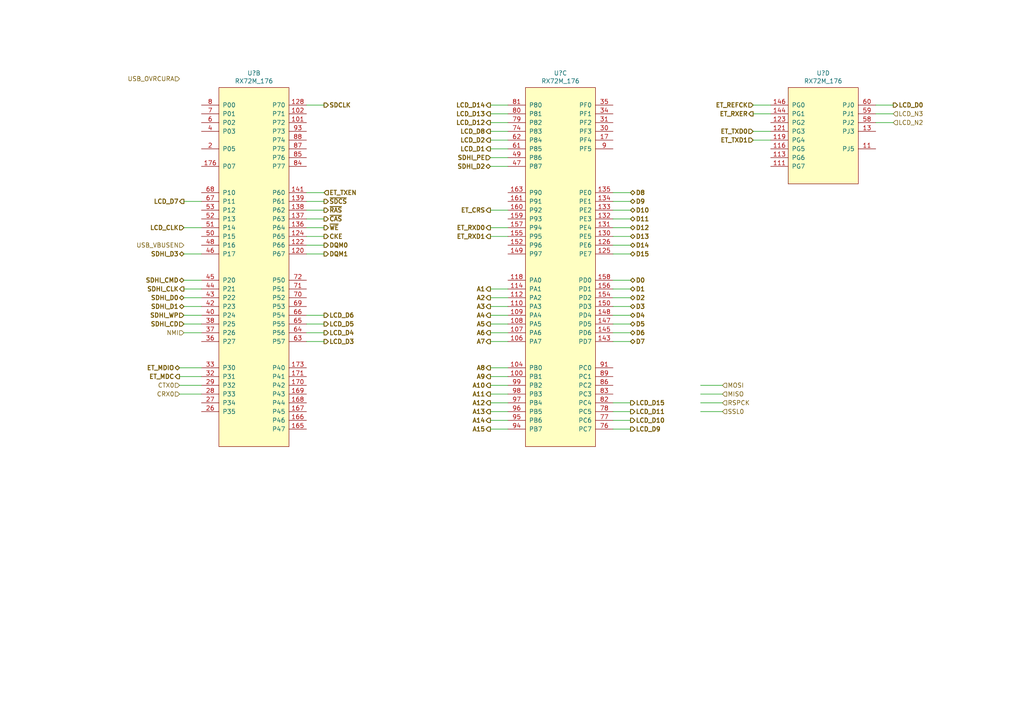
<source format=kicad_sch>
(kicad_sch (version 20211123) (generator eeschema)
  (paper "A4")
  (lib_symbols
    (symbol "renesas:RX72M_176" (pin_names (offset 1.016))
      (property "Reference" "U" (at 0 53.34 0))
      (property "Value" "renesas_RX72M_176" (at 0 -53.34 0))
      (symbol "RX72M_176_1_1"
        (rectangle (start -10.16 12.7) (end 10.16 -12.7) (fill (type background)))
        (pin bidirectional line (at -15.24 0 0) (length 5.08) (name "EMLE") (number "10"))
        (pin bidirectional line (at -15.24 -5.08 0) (length 5.08) (name "MD/FINED") (number "18"))
        (pin passive line (at 15.24 7.62 180) (length 5.08) (name "XCIN") (number "19"))
        (pin passive line (at 15.24 2.54 180) (length 5.08) (name "XCOUT") (number "20"))
        (pin input line (at -15.24 5.08 0) (length 5.08) (name "~{RES}") (number "21"))
        (pin passive line (at 15.24 -2.54 180) (length 5.08) (name "XTAL") (number "22"))
        (pin passive line (at 15.24 -7.62 180) (length 5.08) (name "EXTAL") (number "24"))
      )
      (symbol "RX72M_176_2_1"
        (rectangle (start -10.16 52.07) (end 10.16 -52.07) (fill (type background)))
        (pin bidirectional line (at 15.24 41.91 180) (length 5.08) (name "P72") (number "101"))
        (pin bidirectional line (at 15.24 44.45 180) (length 5.08) (name "P71") (number "102"))
        (pin bidirectional line (at 15.24 3.81 180) (length 5.08) (name "P67") (number "120"))
        (pin bidirectional line (at 15.24 6.35 180) (length 5.08) (name "P66") (number "122"))
        (pin bidirectional line (at 15.24 8.89 180) (length 5.08) (name "P65") (number "124"))
        (pin bidirectional line (at 15.24 46.99 180) (length 5.08) (name "P70") (number "128"))
        (pin bidirectional line (at 15.24 11.43 180) (length 5.08) (name "P64") (number "136"))
        (pin bidirectional line (at 15.24 13.97 180) (length 5.08) (name "P63") (number "137"))
        (pin bidirectional line (at 15.24 16.51 180) (length 5.08) (name "P62") (number "138"))
        (pin bidirectional line (at 15.24 19.05 180) (length 5.08) (name "P61") (number "139"))
        (pin bidirectional line (at 15.24 21.59 180) (length 5.08) (name "P60") (number "141"))
        (pin bidirectional line (at 15.24 -46.99 180) (length 5.08) (name "P47") (number "165"))
        (pin bidirectional line (at 15.24 -44.45 180) (length 5.08) (name "P46") (number "166"))
        (pin bidirectional line (at 15.24 -41.91 180) (length 5.08) (name "P45") (number "167"))
        (pin bidirectional line (at 15.24 -39.37 180) (length 5.08) (name "P44") (number "168"))
        (pin bidirectional line (at 15.24 -36.83 180) (length 5.08) (name "P43") (number "169"))
        (pin bidirectional line (at 15.24 -34.29 180) (length 5.08) (name "P42") (number "170"))
        (pin bidirectional line (at 15.24 -31.75 180) (length 5.08) (name "P41") (number "171"))
        (pin bidirectional line (at 15.24 -29.21 180) (length 5.08) (name "P40") (number "173"))
        (pin bidirectional line (at -15.24 29.21 0) (length 5.08) (name "P07") (number "176"))
        (pin bidirectional line (at -15.24 34.29 0) (length 5.08) (name "P05") (number "2"))
        (pin bidirectional line (at -15.24 -41.91 0) (length 5.08) (name "P35") (number "26"))
        (pin bidirectional line (at -15.24 -39.37 0) (length 5.08) (name "P34") (number "27"))
        (pin bidirectional line (at -15.24 -36.83 0) (length 5.08) (name "P33") (number "28"))
        (pin bidirectional line (at -15.24 -34.29 0) (length 5.08) (name "P32") (number "29"))
        (pin bidirectional line (at -15.24 -31.75 0) (length 5.08) (name "P31") (number "32"))
        (pin bidirectional line (at -15.24 -29.21 0) (length 5.08) (name "P30") (number "33"))
        (pin bidirectional line (at -15.24 -21.59 0) (length 5.08) (name "P27") (number "36"))
        (pin bidirectional line (at -15.24 -19.05 0) (length 5.08) (name "P26") (number "37"))
        (pin bidirectional line (at -15.24 -16.51 0) (length 5.08) (name "P25") (number "38"))
        (pin bidirectional line (at -15.24 39.37 0) (length 5.08) (name "P03") (number "4"))
        (pin bidirectional line (at -15.24 -13.97 0) (length 5.08) (name "P24") (number "40"))
        (pin bidirectional line (at -15.24 -11.43 0) (length 5.08) (name "P23") (number "42"))
        (pin bidirectional line (at -15.24 -8.89 0) (length 5.08) (name "P22") (number "43"))
        (pin bidirectional line (at -15.24 -6.35 0) (length 5.08) (name "P21") (number "44"))
        (pin bidirectional line (at -15.24 -3.81 0) (length 5.08) (name "P20") (number "45"))
        (pin bidirectional line (at -15.24 3.81 0) (length 5.08) (name "P17") (number "46"))
        (pin bidirectional line (at -15.24 6.35 0) (length 5.08) (name "P16") (number "48"))
        (pin bidirectional line (at -15.24 8.89 0) (length 5.08) (name "P15") (number "50"))
        (pin bidirectional line (at -15.24 11.43 0) (length 5.08) (name "P14") (number "51"))
        (pin bidirectional line (at -15.24 13.97 0) (length 5.08) (name "P13") (number "52"))
        (pin bidirectional line (at -15.24 16.51 0) (length 5.08) (name "P12") (number "53"))
        (pin bidirectional line (at -15.24 41.91 0) (length 5.08) (name "P02") (number "6"))
        (pin bidirectional line (at 15.24 -21.59 180) (length 5.08) (name "P57") (number "63"))
        (pin bidirectional line (at 15.24 -19.05 180) (length 5.08) (name "P56") (number "64"))
        (pin bidirectional line (at 15.24 -16.51 180) (length 5.08) (name "P55") (number "65"))
        (pin bidirectional line (at 15.24 -13.97 180) (length 5.08) (name "P54") (number "66"))
        (pin bidirectional line (at -15.24 19.05 0) (length 5.08) (name "P11") (number "67"))
        (pin bidirectional line (at -15.24 21.59 0) (length 5.08) (name "P10") (number "68"))
        (pin bidirectional line (at 15.24 -11.43 180) (length 5.08) (name "P53") (number "69"))
        (pin bidirectional line (at -15.24 44.45 0) (length 5.08) (name "P01") (number "7"))
        (pin bidirectional line (at 15.24 -8.89 180) (length 5.08) (name "P52") (number "70"))
        (pin bidirectional line (at 15.24 -6.35 180) (length 5.08) (name "P51") (number "71"))
        (pin bidirectional line (at 15.24 -3.81 180) (length 5.08) (name "P50") (number "72"))
        (pin bidirectional line (at -15.24 46.99 0) (length 5.08) (name "P00") (number "8"))
        (pin bidirectional line (at 15.24 29.21 180) (length 5.08) (name "P77") (number "84"))
        (pin bidirectional line (at 15.24 31.75 180) (length 5.08) (name "P76") (number "85"))
        (pin bidirectional line (at 15.24 34.29 180) (length 5.08) (name "P75") (number "87"))
        (pin bidirectional line (at 15.24 36.83 180) (length 5.08) (name "P74") (number "88"))
        (pin bidirectional line (at 15.24 39.37 180) (length 5.08) (name "P73") (number "93"))
      )
      (symbol "RX72M_176_3_1"
        (rectangle (start -10.16 52.07) (end 10.16 -52.07) (fill (type background)))
        (pin bidirectional line (at -15.24 -31.75 0) (length 5.08) (name "PB1") (number "100"))
        (pin bidirectional line (at -15.24 -29.21 0) (length 5.08) (name "PB0") (number "104"))
        (pin bidirectional line (at -15.24 -21.59 0) (length 5.08) (name "PA7") (number "106"))
        (pin bidirectional line (at -15.24 -19.05 0) (length 5.08) (name "PA6") (number "107"))
        (pin bidirectional line (at -15.24 -16.51 0) (length 5.08) (name "PA5") (number "108"))
        (pin bidirectional line (at -15.24 -13.97 0) (length 5.08) (name "PA4") (number "109"))
        (pin bidirectional line (at -15.24 -11.43 0) (length 5.08) (name "PA3") (number "110"))
        (pin bidirectional line (at -15.24 -8.89 0) (length 5.08) (name "PA2") (number "112"))
        (pin bidirectional line (at -15.24 -6.35 0) (length 5.08) (name "PA1") (number "114"))
        (pin bidirectional line (at -15.24 -3.81 0) (length 5.08) (name "PA0") (number "118"))
        (pin bidirectional line (at 15.24 3.81 180) (length 5.08) (name "PE7") (number "125"))
        (pin bidirectional line (at 15.24 6.35 180) (length 5.08) (name "PE6") (number "126"))
        (pin bidirectional line (at 15.24 8.89 180) (length 5.08) (name "PE5") (number "130"))
        (pin bidirectional line (at 15.24 11.43 180) (length 5.08) (name "PE4") (number "131"))
        (pin bidirectional line (at 15.24 13.97 180) (length 5.08) (name "PE3") (number "132"))
        (pin bidirectional line (at 15.24 16.51 180) (length 5.08) (name "PE2") (number "133"))
        (pin bidirectional line (at 15.24 19.05 180) (length 5.08) (name "PE1") (number "134"))
        (pin bidirectional line (at 15.24 21.59 180) (length 5.08) (name "PE0") (number "135"))
        (pin bidirectional line (at 15.24 -21.59 180) (length 5.08) (name "PD7") (number "143"))
        (pin bidirectional line (at 15.24 -19.05 180) (length 5.08) (name "PD6") (number "145"))
        (pin bidirectional line (at 15.24 -16.51 180) (length 5.08) (name "PD5") (number "147"))
        (pin bidirectional line (at 15.24 -13.97 180) (length 5.08) (name "PD4") (number "148"))
        (pin bidirectional line (at -15.24 3.81 0) (length 5.08) (name "P97") (number "149"))
        (pin bidirectional line (at 15.24 -11.43 180) (length 5.08) (name "PD3") (number "150"))
        (pin bidirectional line (at -15.24 6.35 0) (length 5.08) (name "P96") (number "152"))
        (pin bidirectional line (at 15.24 -8.89 180) (length 5.08) (name "PD2") (number "154"))
        (pin bidirectional line (at -15.24 8.89 0) (length 5.08) (name "P95") (number "155"))
        (pin bidirectional line (at 15.24 -6.35 180) (length 5.08) (name "PD1") (number "156"))
        (pin bidirectional line (at -15.24 11.43 0) (length 5.08) (name "P94") (number "157"))
        (pin bidirectional line (at 15.24 -3.81 180) (length 5.08) (name "PD0") (number "158"))
        (pin bidirectional line (at -15.24 13.97 0) (length 5.08) (name "P93") (number "159"))
        (pin bidirectional line (at -15.24 16.51 0) (length 5.08) (name "P92") (number "160"))
        (pin bidirectional line (at -15.24 19.05 0) (length 5.08) (name "P91") (number "161"))
        (pin bidirectional line (at -15.24 21.59 0) (length 5.08) (name "P90") (number "163"))
        (pin bidirectional line (at 15.24 36.83 180) (length 5.08) (name "PF4") (number "17"))
        (pin bidirectional line (at 15.24 39.37 180) (length 5.08) (name "PF3") (number "30"))
        (pin bidirectional line (at 15.24 41.91 180) (length 5.08) (name "PF2") (number "31"))
        (pin bidirectional line (at 15.24 44.45 180) (length 5.08) (name "PF1") (number "34"))
        (pin bidirectional line (at 15.24 46.99 180) (length 5.08) (name "PF0") (number "35"))
        (pin bidirectional line (at -15.24 29.21 0) (length 5.08) (name "P87") (number "47"))
        (pin bidirectional line (at -15.24 31.75 0) (length 5.08) (name "P86") (number "49"))
        (pin bidirectional line (at -15.24 34.29 0) (length 5.08) (name "P85") (number "61"))
        (pin bidirectional line (at -15.24 36.83 0) (length 5.08) (name "P84") (number "62"))
        (pin bidirectional line (at -15.24 39.37 0) (length 5.08) (name "P83") (number "74"))
        (pin bidirectional line (at 15.24 -46.99 180) (length 5.08) (name "PC7") (number "76"))
        (pin bidirectional line (at 15.24 -44.45 180) (length 5.08) (name "PC6") (number "77"))
        (pin bidirectional line (at 15.24 -41.91 180) (length 5.08) (name "PC5") (number "78"))
        (pin bidirectional line (at -15.24 41.91 0) (length 5.08) (name "P82") (number "79"))
        (pin bidirectional line (at -15.24 44.45 0) (length 5.08) (name "P81") (number "80"))
        (pin bidirectional line (at -15.24 46.99 0) (length 5.08) (name "P80") (number "81"))
        (pin bidirectional line (at 15.24 -39.37 180) (length 5.08) (name "PC4") (number "82"))
        (pin bidirectional line (at 15.24 -36.83 180) (length 5.08) (name "PC3") (number "83"))
        (pin bidirectional line (at 15.24 -34.29 180) (length 5.08) (name "PC2") (number "86"))
        (pin bidirectional line (at 15.24 -31.75 180) (length 5.08) (name "PC1") (number "89"))
        (pin bidirectional line (at 15.24 34.29 180) (length 5.08) (name "PF5") (number "9"))
        (pin bidirectional line (at 15.24 -29.21 180) (length 5.08) (name "PC0") (number "91"))
        (pin bidirectional line (at -15.24 -46.99 0) (length 5.08) (name "PB7") (number "94"))
        (pin bidirectional line (at -15.24 -44.45 0) (length 5.08) (name "PB6") (number "95"))
        (pin bidirectional line (at -15.24 -41.91 0) (length 5.08) (name "PB5") (number "96"))
        (pin bidirectional line (at -15.24 -39.37 0) (length 5.08) (name "PB4") (number "97"))
        (pin bidirectional line (at -15.24 -36.83 0) (length 5.08) (name "PB3") (number "98"))
        (pin bidirectional line (at -15.24 -34.29 0) (length 5.08) (name "PB2") (number "99"))
      )
      (symbol "RX72M_176_4_1"
        (rectangle (start -10.16 13.97) (end 10.16 -13.97) (fill (type background)))
        (pin bidirectional line (at 15.24 -3.81 180) (length 5.08) (name "PJ5") (number "11"))
        (pin bidirectional line (at -15.24 -8.89 0) (length 5.08) (name "PG7") (number "111"))
        (pin bidirectional line (at -15.24 -6.35 0) (length 5.08) (name "PG6") (number "113"))
        (pin bidirectional line (at -15.24 -3.81 0) (length 5.08) (name "PG5") (number "116"))
        (pin bidirectional line (at -15.24 -1.27 0) (length 5.08) (name "PG4") (number "119"))
        (pin bidirectional line (at -15.24 1.27 0) (length 5.08) (name "PG3") (number "121"))
        (pin bidirectional line (at -15.24 3.81 0) (length 5.08) (name "PG2") (number "123"))
        (pin bidirectional line (at 15.24 1.27 180) (length 5.08) (name "PJ3") (number "13"))
        (pin bidirectional line (at -15.24 6.35 0) (length 5.08) (name "PG1") (number "144"))
        (pin bidirectional line (at -15.24 8.89 0) (length 5.08) (name "PG0") (number "146"))
        (pin bidirectional line (at 15.24 3.81 180) (length 5.08) (name "PJ2") (number "58"))
        (pin bidirectional line (at 15.24 6.35 180) (length 5.08) (name "PJ1") (number "59"))
        (pin bidirectional line (at 15.24 8.89 180) (length 5.08) (name "PJ0") (number "60"))
      )
      (symbol "RX72M_176_5_1"
        (rectangle (start -10.16 13.97) (end 10.16 -13.97) (fill (type background)))
        (pin input line (at -15.24 8.89 0) (length 5.08) (name "VCC_USB") (number "54"))
        (pin input line (at -15.24 -1.27 0) (length 5.08) (name "USB0_DM") (number "55"))
        (pin input line (at -15.24 1.27 0) (length 5.08) (name "USB0_DP") (number "56"))
        (pin input line (at -15.24 -8.89 0) (length 5.08) (name "VSS_USB") (number "57"))
      )
      (symbol "RX72M_176_6_1"
        (rectangle (start -20.32 20.32) (end 20.32 -20.32) (fill (type background)))
        (pin input line (at 25.4 -7.62 180) (length 5.08) (name "AVSS0") (number "1"))
        (pin power_in line (at -1.27 25.4 270) (length 5.08) (name "VCC") (number "103"))
        (pin power_in line (at 0 -25.4 90) (length 5.08) (name "VSS") (number "105"))
        (pin power_in line (at 1.27 25.4 270) (length 5.08) (name "VCC") (number "115"))
        (pin power_in line (at 2.54 -25.4 90) (length 5.08) (name "VSS") (number "117"))
        (pin power_in line (at -12.7 -25.4 90) (length 5.08) (name "VSS") (number "12"))
        (pin power_in line (at 3.81 25.4 270) (length 5.08) (name "VCC") (number "127"))
        (pin power_in line (at 5.08 -25.4 90) (length 5.08) (name "VSS") (number "129"))
        (pin input line (at -25.4 5.08 0) (length 5.08) (name "VCL") (number "14"))
        (pin power_in line (at 7.62 -25.4 90) (length 5.08) (name "VSS") (number "140"))
        (pin power_in line (at 6.35 25.4 270) (length 5.08) (name "VCC") (number "142"))
        (pin input line (at -25.4 -5.08 0) (length 5.08) (name "VBATT") (number "15"))
        (pin power_in line (at 10.16 -25.4 90) (length 5.08) (name "VSS") (number "151"))
        (pin power_in line (at 8.89 25.4 270) (length 5.08) (name "VCC") (number "153"))
        (pin no_connect line (at -25.4 -12.7 0) (length 5.08) (name "NC") (number "16"))
        (pin power_in line (at 12.7 -25.4 90) (length 5.08) (name "VSS") (number "162"))
        (pin power_in line (at 11.43 25.4 270) (length 5.08) (name "VCC") (number "164"))
        (pin input line (at 25.4 -2.54 180) (length 5.08) (name "VREFL0") (number "172"))
        (pin input line (at 25.4 2.54 180) (length 5.08) (name "VREFH0") (number "174"))
        (pin input line (at 25.4 10.16 180) (length 5.08) (name "AVCC0") (number "175"))
        (pin power_in line (at -10.16 -25.4 90) (length 5.08) (name "VSS") (number "23"))
        (pin power_in line (at -11.43 25.4 270) (length 5.08) (name "VCC") (number "25"))
        (pin input line (at 25.4 7.62 180) (length 5.08) (name "AVCC1") (number "3"))
        (pin power_in line (at -8.89 25.4 270) (length 5.08) (name "VCC") (number "39"))
        (pin power_in line (at -7.62 -25.4 90) (length 5.08) (name "VSS") (number "41"))
        (pin input line (at 25.4 -10.16 180) (length 5.08) (name "AVSS1") (number "5"))
        (pin power_in line (at -5.08 -25.4 90) (length 5.08) (name "VSS") (number "73"))
        (pin power_in line (at -6.35 25.4 270) (length 5.08) (name "VCC") (number "75"))
        (pin power_in line (at -3.81 25.4 270) (length 5.08) (name "VCC") (number "90"))
        (pin power_in line (at -2.54 -25.4 90) (length 5.08) (name "VSS") (number "92"))
      )
    )
  )
  (wire (pts (xy 147.32 68.58) (xy 142.24 68.58)))
  (wire (pts (xy 142.24 43.18) (xy 147.32 43.18)))
  (wire (pts (xy 53.34 73.66) (xy 58.42 73.66)))
  (wire (pts (xy 88.9 71.12) (xy 93.98 71.12)))
  (wire (pts (xy 203.2 119.38) (xy 209.55 119.38)))
  (wire (pts (xy 203.2 114.3) (xy 209.55 114.3)))
  (wire (pts (xy 147.32 40.64) (xy 142.24 40.64)))
  (wire (pts (xy 177.8 83.82) (xy 182.88 83.82)))
  (wire (pts (xy 58.42 66.04) (xy 53.34 66.04)))
  (wire (pts (xy 88.9 63.5) (xy 93.98 63.5)))
  (wire (pts (xy 88.9 30.48) (xy 93.98 30.48)))
  (wire (pts (xy 177.8 58.42) (xy 182.88 58.42)))
  (wire (pts (xy 177.8 55.88) (xy 182.88 55.88)))
  (wire (pts (xy 177.8 81.28) (xy 182.88 81.28)))
  (wire (pts (xy 88.9 99.06) (xy 93.98 99.06)))
  (wire (pts (xy 223.52 40.64) (xy 218.44 40.64)))
  (wire (pts (xy 177.8 60.96) (xy 182.88 60.96)))
  (wire (pts (xy 177.8 121.92) (xy 182.88 121.92)))
  (wire (pts (xy 88.9 58.42) (xy 93.98 58.42)))
  (wire (pts (xy 182.88 124.46) (xy 177.8 124.46)))
  (wire (pts (xy 147.32 99.06) (xy 142.24 99.06)))
  (wire (pts (xy 177.8 71.12) (xy 182.88 71.12)))
  (wire (pts (xy 58.42 106.68) (xy 52.07 106.68)))
  (wire (pts (xy 147.32 35.56) (xy 142.24 35.56)))
  (wire (pts (xy 177.8 93.98) (xy 182.88 93.98)))
  (wire (pts (xy 147.32 45.72) (xy 142.24 45.72)))
  (wire (pts (xy 88.9 73.66) (xy 93.98 73.66)))
  (wire (pts (xy 177.8 63.5) (xy 182.88 63.5)))
  (wire (pts (xy 259.08 35.56) (xy 254 35.56)))
  (wire (pts (xy 142.24 86.36) (xy 147.32 86.36)))
  (wire (pts (xy 58.42 111.76) (xy 52.07 111.76)))
  (wire (pts (xy 223.52 30.48) (xy 218.44 30.48)))
  (wire (pts (xy 58.42 96.52) (xy 53.34 96.52)))
  (wire (pts (xy 223.52 33.02) (xy 218.44 33.02)))
  (wire (pts (xy 147.32 119.38) (xy 142.24 119.38)))
  (wire (pts (xy 142.24 116.84) (xy 147.32 116.84)))
  (wire (pts (xy 177.8 116.84) (xy 182.88 116.84)))
  (wire (pts (xy 182.88 91.44) (xy 177.8 91.44)))
  (wire (pts (xy 177.8 73.66) (xy 182.88 73.66)))
  (wire (pts (xy 142.24 111.76) (xy 147.32 111.76)))
  (wire (pts (xy 147.32 30.48) (xy 142.24 30.48)))
  (wire (pts (xy 147.32 60.96) (xy 142.24 60.96)))
  (wire (pts (xy 88.9 93.98) (xy 93.98 93.98)))
  (wire (pts (xy 53.34 93.98) (xy 58.42 93.98)))
  (wire (pts (xy 142.24 106.68) (xy 147.32 106.68)))
  (wire (pts (xy 177.8 68.58) (xy 182.88 68.58)))
  (wire (pts (xy 58.42 91.44) (xy 53.34 91.44)))
  (wire (pts (xy 177.8 99.06) (xy 182.88 99.06)))
  (wire (pts (xy 182.88 119.38) (xy 177.8 119.38)))
  (wire (pts (xy 53.34 88.9) (xy 58.42 88.9)))
  (wire (pts (xy 182.88 86.36) (xy 177.8 86.36)))
  (wire (pts (xy 88.9 68.58) (xy 93.98 68.58)))
  (wire (pts (xy 259.08 33.02) (xy 254 33.02)))
  (wire (pts (xy 209.55 116.84) (xy 203.2 116.84)))
  (wire (pts (xy 142.24 121.92) (xy 147.32 121.92)))
  (wire (pts (xy 142.24 96.52) (xy 147.32 96.52)))
  (wire (pts (xy 223.52 38.1) (xy 218.44 38.1)))
  (wire (pts (xy 147.32 66.04) (xy 142.24 66.04)))
  (wire (pts (xy 147.32 83.82) (xy 142.24 83.82)))
  (wire (pts (xy 147.32 114.3) (xy 142.24 114.3)))
  (wire (pts (xy 147.32 48.26) (xy 142.24 48.26)))
  (wire (pts (xy 58.42 86.36) (xy 53.34 86.36)))
  (wire (pts (xy 58.42 109.22) (xy 52.07 109.22)))
  (wire (pts (xy 259.08 30.48) (xy 254 30.48)))
  (wire (pts (xy 147.32 93.98) (xy 142.24 93.98)))
  (wire (pts (xy 53.34 83.82) (xy 58.42 83.82)))
  (wire (pts (xy 147.32 124.46) (xy 142.24 124.46)))
  (wire (pts (xy 93.98 96.52) (xy 88.9 96.52)))
  (wire (pts (xy 93.98 91.44) (xy 88.9 91.44)))
  (wire (pts (xy 142.24 38.1) (xy 147.32 38.1)))
  (wire (pts (xy 52.07 114.3) (xy 58.42 114.3)))
  (wire (pts (xy 93.98 55.88) (xy 88.9 55.88)))
  (wire (pts (xy 147.32 88.9) (xy 142.24 88.9)))
  (wire (pts (xy 88.9 66.04) (xy 93.98 66.04)))
  (wire (pts (xy 88.9 60.96) (xy 93.98 60.96)))
  (wire (pts (xy 182.88 96.52) (xy 177.8 96.52)))
  (wire (pts (xy 142.24 91.44) (xy 147.32 91.44)))
  (wire (pts (xy 147.32 109.22) (xy 142.24 109.22)))
  (wire (pts (xy 58.42 81.28) (xy 53.34 81.28)))
  (wire (pts (xy 58.42 58.42) (xy 53.34 58.42)))
  (wire (pts (xy 177.8 66.04) (xy 182.88 66.04)))
  (wire (pts (xy 142.24 33.02) (xy 147.32 33.02)))
  (wire (pts (xy 177.8 88.9) (xy 182.88 88.9)))
  (wire (pts (xy 209.55 111.76) (xy 203.2 111.76)))
  (hierarchical_label "D4" (shape bidirectional) (at 182.88 91.44 0) (effects (font (thickness 0.254) bold)))
  (hierarchical_label "A15" (shape output) (at 142.24 124.46 180) (effects (font (thickness 0.254) bold)))
  (hierarchical_label "SDHI_D1" (shape bidirectional) (at 53.34 88.9 180) (effects (font (thickness 0.254) bold)))
  (hierarchical_label "SDHI_CD" (shape input) (at 53.34 93.98 180) (effects (font (thickness 0.254) bold)))
  (hierarchical_label "LCD_D14" (shape output) (at 142.24 30.48 180) (effects (font (thickness 0.254) bold)))
  (hierarchical_label "ET_MDIO" (shape bidirectional) (at 52.07 106.68 180) (effects (font (thickness 0.254) bold)))
  (hierarchical_label "D15" (shape bidirectional) (at 182.88 73.66 0) (effects (font (thickness 0.254) bold)))
  (hierarchical_label "SDHI_D0" (shape bidirectional) (at 53.34 86.36 180) (effects (font (thickness 0.254) bold)))
  (hierarchical_label "ET_TXD1" (shape input) (at 218.44 40.64 180) (effects (font (thickness 0.254) bold)))
  (hierarchical_label "LCD_N2" (shape input) (at 259.08 35.56 0))
  (hierarchical_label "USB_OVRCURA" (shape input) (at 52.07 22.86 180))
  (hierarchical_label "LCD_D4" (shape output) (at 93.98 96.52 0) (effects (font (thickness 0.254) bold)))
  (hierarchical_label "LCD_D3" (shape output) (at 93.98 99.06 0) (effects (font (thickness 0.254) bold)))
  (hierarchical_label "A3" (shape output) (at 142.24 88.9 180) (effects (font (thickness 0.254) bold)))
  (hierarchical_label "SDHI_WP" (shape input) (at 53.34 91.44 180) (effects (font (thickness 0.254) bold)))
  (hierarchical_label "D10" (shape bidirectional) (at 182.88 60.96 0) (effects (font (thickness 0.254) bold)))
  (hierarchical_label "A14" (shape output) (at 142.24 121.92 180) (effects (font (thickness 0.254) bold)))
  (hierarchical_label "~{SDCS}" (shape output) (at 93.98 58.42 0) (effects (font (thickness 0.254) bold)))
  (hierarchical_label "D13" (shape bidirectional) (at 182.88 68.58 0) (effects (font (thickness 0.254) bold)))
  (hierarchical_label "~{WE}" (shape output) (at 93.98 66.04 0) (effects (font (thickness 0.254) bold)))
  (hierarchical_label "A8" (shape output) (at 142.24 106.68 180) (effects (font (thickness 0.254) bold)))
  (hierarchical_label "D0" (shape bidirectional) (at 182.88 81.28 0) (effects (font (thickness 0.254) bold)))
  (hierarchical_label "ET_RXD0" (shape output) (at 142.24 66.04 180) (effects (font (thickness 0.254) bold)))
  (hierarchical_label "LCD_D5" (shape output) (at 93.98 93.98 0) (effects (font (thickness 0.254) bold)))
  (hierarchical_label "D1" (shape bidirectional) (at 182.88 83.82 0) (effects (font (thickness 0.254) bold)))
  (hierarchical_label "D8" (shape bidirectional) (at 182.88 55.88 0) (effects (font (thickness 0.254) bold)))
  (hierarchical_label "LCD_D2" (shape output) (at 142.24 40.64 180) (effects (font (thickness 0.254) bold)))
  (hierarchical_label "A12" (shape output) (at 142.24 116.84 180) (effects (font (thickness 0.254) bold)))
  (hierarchical_label "LCD_D13" (shape output) (at 142.24 33.02 180) (effects (font (thickness 0.254) bold)))
  (hierarchical_label "D3" (shape bidirectional) (at 182.88 88.9 0) (effects (font (thickness 0.254) bold)))
  (hierarchical_label "LCD_D9" (shape output) (at 182.88 124.46 0) (effects (font (thickness 0.254) bold)))
  (hierarchical_label "SDHI_PE" (shape input) (at 142.24 45.72 180) (effects (font (thickness 0.254) bold)))
  (hierarchical_label "LCD_D1" (shape output) (at 142.24 43.18 180) (effects (font (thickness 0.254) bold)))
  (hierarchical_label "SDHI_D2" (shape bidirectional) (at 142.24 48.26 180) (effects (font (thickness 0.254) bold)))
  (hierarchical_label "A10" (shape output) (at 142.24 111.76 180) (effects (font (thickness 0.254) bold)))
  (hierarchical_label "~{CAS}" (shape output) (at 93.98 63.5 0) (effects (font (thickness 0.254) bold)))
  (hierarchical_label "LCD_D7" (shape output) (at 53.34 58.42 180) (effects (font (thickness 0.254) bold)))
  (hierarchical_label "A5" (shape output) (at 142.24 93.98 180) (effects (font (thickness 0.254) bold)))
  (hierarchical_label "ET_TXD0" (shape input) (at 218.44 38.1 180) (effects (font (thickness 0.254) bold)))
  (hierarchical_label "SDHI_D3" (shape bidirectional) (at 53.34 73.66 180) (effects (font (thickness 0.254) bold)))
  (hierarchical_label "D7" (shape bidirectional) (at 182.88 99.06 0) (effects (font (thickness 0.254) bold)))
  (hierarchical_label "LCD_N3" (shape input) (at 259.08 33.02 0))
  (hierarchical_label "A4" (shape output) (at 142.24 91.44 180) (effects (font (thickness 0.254) bold)))
  (hierarchical_label "ET_TXEN" (shape input) (at 93.98 55.88 0) (effects (font (thickness 0.254) bold)))
  (hierarchical_label "NMI" (shape input) (at 53.34 96.52 180))
  (hierarchical_label "LCD_D8" (shape output) (at 142.24 38.1 180) (effects (font (thickness 0.254) bold)))
  (hierarchical_label "LCD_D11" (shape output) (at 182.88 119.38 0) (effects (font (thickness 0.254) bold)))
  (hierarchical_label "D6" (shape bidirectional) (at 182.88 96.52 0) (effects (font (thickness 0.254) bold)))
  (hierarchical_label "D14" (shape bidirectional) (at 182.88 71.12 0) (effects (font (thickness 0.254) bold)))
  (hierarchical_label "LCD_CLK" (shape input) (at 53.34 66.04 180) (effects (font (thickness 0.254) bold)))
  (hierarchical_label "LCD_D6" (shape output) (at 93.98 91.44 0) (effects (font (thickness 0.254) bold)))
  (hierarchical_label "CKE" (shape output) (at 93.98 68.58 0) (effects (font (thickness 0.254) bold)))
  (hierarchical_label "D9" (shape bidirectional) (at 182.88 58.42 0) (effects (font (thickness 0.254) bold)))
  (hierarchical_label "DQM1" (shape output) (at 93.98 73.66 0) (effects (font (thickness 0.254) bold)))
  (hierarchical_label "SDCLK" (shape output) (at 93.98 30.48 0) (effects (font (thickness 0.254) bold)))
  (hierarchical_label "USB_VBUSEN" (shape input) (at 53.34 71.12 180))
  (hierarchical_label "DQM0" (shape output) (at 93.98 71.12 0) (effects (font (thickness 0.254) bold)))
  (hierarchical_label "SDHI_CMD" (shape bidirectional) (at 53.34 81.28 180) (effects (font (thickness 0.254) bold)))
  (hierarchical_label "SDHI_CLK" (shape output) (at 53.34 83.82 180) (effects (font (thickness 0.254) bold)))
  (hierarchical_label "A11" (shape output) (at 142.24 114.3 180) (effects (font (thickness 0.254) bold)))
  (hierarchical_label "A9" (shape output) (at 142.24 109.22 180) (effects (font (thickness 0.254) bold)))
  (hierarchical_label "D5" (shape bidirectional) (at 182.88 93.98 0) (effects (font (thickness 0.254) bold)))
  (hierarchical_label "CRX0" (shape input) (at 52.07 114.3 180))
  (hierarchical_label "RSPCK" (shape input) (at 209.55 116.84 0))
  (hierarchical_label "ET_MDC" (shape output) (at 52.07 109.22 180) (effects (font (thickness 0.254) bold)))
  (hierarchical_label "LCD_D0" (shape output) (at 259.08 30.48 0) (effects (font (thickness 0.254) bold)))
  (hierarchical_label "ET_CRS" (shape output) (at 142.24 60.96 180) (effects (font (thickness 0.254) bold)))
  (hierarchical_label "A6" (shape output) (at 142.24 96.52 180) (effects (font (thickness 0.254) bold)))
  (hierarchical_label "~{RAS}" (shape output) (at 93.98 60.96 0) (effects (font (thickness 0.254) bold)))
  (hierarchical_label "MOSI" (shape input) (at 209.55 111.76 0))
  (hierarchical_label "A7" (shape output) (at 142.24 99.06 180) (effects (font (thickness 0.254) bold)))
  (hierarchical_label "A2" (shape output) (at 142.24 86.36 180) (effects (font (thickness 0.254) bold)))
  (hierarchical_label "D12" (shape bidirectional) (at 182.88 66.04 0) (effects (font (thickness 0.254) bold)))
  (hierarchical_label "LCD_D10" (shape output) (at 182.88 121.92 0) (effects (font (thickness 0.254) bold)))
  (hierarchical_label "CTX0" (shape input) (at 52.07 111.76 180))
  (hierarchical_label "A13" (shape output) (at 142.24 119.38 180) (effects (font (thickness 0.254) bold)))
  (hierarchical_label "LCD_D15" (shape output) (at 182.88 116.84 0) (effects (font (thickness 0.254) bold)))
  (hierarchical_label "A1" (shape output) (at 142.24 83.82 180) (effects (font (thickness 0.254) bold)))
  (hierarchical_label "ET_RXD1" (shape output) (at 142.24 68.58 180) (effects (font (thickness 0.254) bold)))
  (hierarchical_label "D11" (shape bidirectional) (at 182.88 63.5 0) (effects (font (thickness 0.254) bold)))
  (hierarchical_label "LCD_D12" (shape output) (at 142.24 35.56 180) (effects (font (thickness 0.254) bold)))
  (hierarchical_label "MISO" (shape input) (at 209.55 114.3 0))
  (hierarchical_label "ET_REFCK" (shape input) (at 218.44 30.48 180) (effects (font (thickness 0.254) bold)))
  (hierarchical_label "D2" (shape bidirectional) (at 182.88 86.36 0) (effects (font (thickness 0.254) bold)))
  (hierarchical_label "ET_RXER" (shape output) (at 218.44 33.02 180) (effects (font (thickness 0.254) bold)))
  (hierarchical_label "SSL0" (shape input) (at 209.55 119.38 0))
  (symbol (lib_id "renesas:RX72M_176") (at 73.66 77.47 0) (unit 2)
    (property "Reference" "U?" (at 73.66 21.209 0))
    (property "Value" "RX72M_176" (at 73.66 23.5204 0))
    (property "Footprint" "Package_QFP:LQFP-176_24x24mm_P0.5mm" (effects hide))
  )
  (symbol (lib_id "renesas:RX72M_176") (at 162.56 77.47 0) (unit 3)
    (property "Reference" "U?" (at 162.56 21.209 0))
    (property "Value" "RX72M_176" (at 162.56 23.5204 0))
    (property "Footprint" "Package_QFP:LQFP-176_24x24mm_P0.5mm" (effects hide))
  )
  (symbol (lib_id "renesas:RX72M_176") (at 238.76 39.37 0) (unit 4)
    (property "Reference" "U?" (at 238.76 21.209 0))
    (property "Value" "RX72M_176" (at 238.76 23.5204 0))
    (property "Footprint" "Package_QFP:LQFP-176_24x24mm_P0.5mm" (effects hide))
  )
)
</source>
